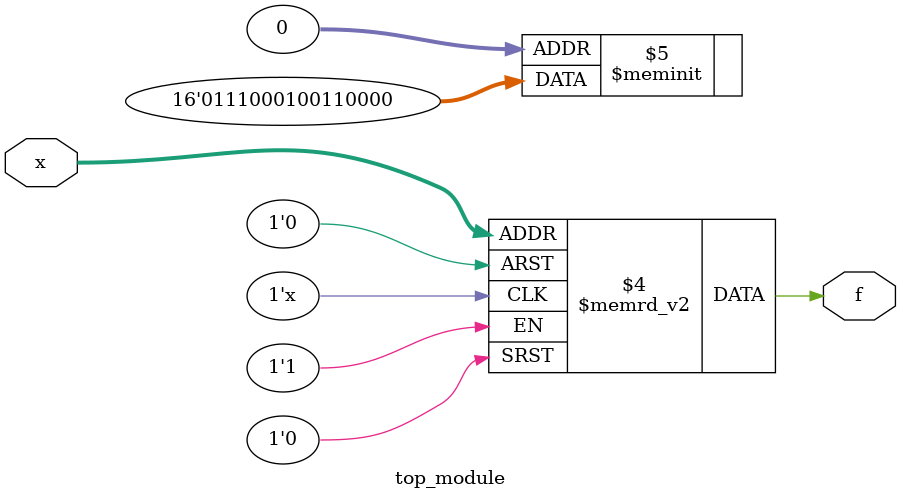
<source format=sv>
module top_module (
    input [4:1] x,
    output logic f
);

always_comb begin
    case ({x[4], x[3], x[2], x[1]})
        4'b0000, 4'b0010, 4'b1010: f = 1'b0; // d, 0, d, d
        4'b0100, 4'b0101, 4'b1000: f = 1'b1; // 0, d, 1, 0
        4'b1100, 4'b1101, 4'b1110: f = 1'b1; // 1, 1, d, d
        default: f = 1'b0;
    endcase
end

endmodule

</source>
